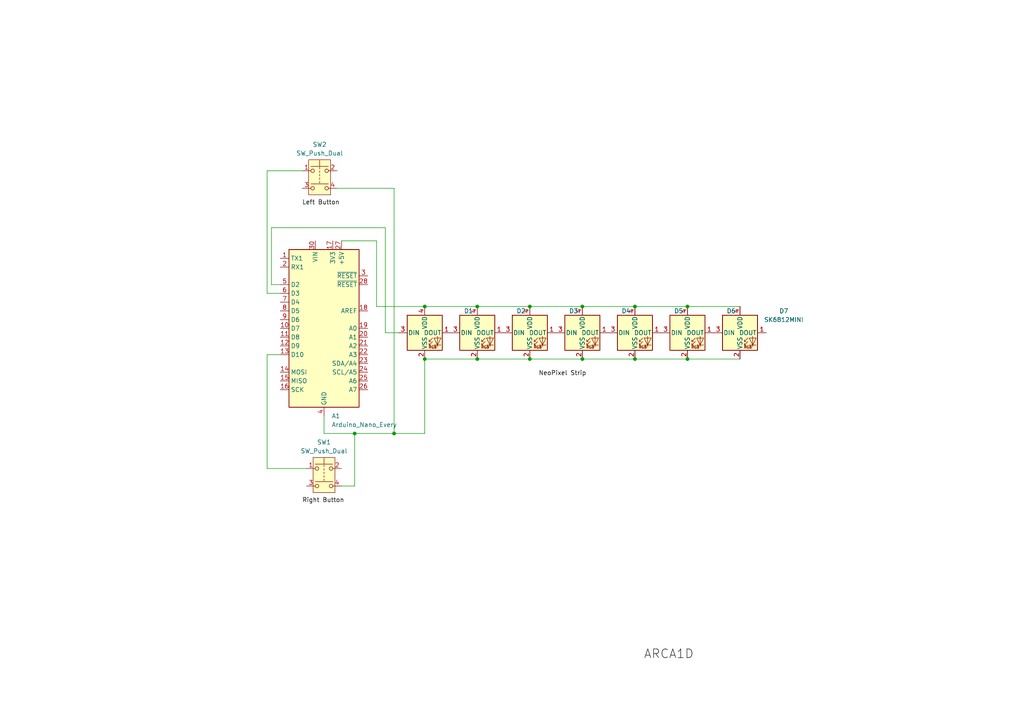
<source format=kicad_sch>
(kicad_sch
	(version 20231120)
	(generator "eeschema")
	(generator_version "8.0")
	(uuid "50fe0656-a850-4972-ae4f-ae95da8d9a73")
	(paper "A4")
	(lib_symbols
		(symbol "LED:SK6812MINI"
			(pin_names
				(offset 0.254)
			)
			(exclude_from_sim no)
			(in_bom yes)
			(on_board yes)
			(property "Reference" "D"
				(at 5.08 5.715 0)
				(effects
					(font
						(size 1.27 1.27)
					)
					(justify right bottom)
				)
			)
			(property "Value" "SK6812MINI"
				(at 1.27 -5.715 0)
				(effects
					(font
						(size 1.27 1.27)
					)
					(justify left top)
				)
			)
			(property "Footprint" "LED_SMD:LED_SK6812MINI_PLCC4_3.5x3.5mm_P1.75mm"
				(at 1.27 -7.62 0)
				(effects
					(font
						(size 1.27 1.27)
					)
					(justify left top)
					(hide yes)
				)
			)
			(property "Datasheet" "https://cdn-shop.adafruit.com/product-files/2686/SK6812MINI_REV.01-1-2.pdf"
				(at 2.54 -9.525 0)
				(effects
					(font
						(size 1.27 1.27)
					)
					(justify left top)
					(hide yes)
				)
			)
			(property "Description" "RGB LED with integrated controller"
				(at 0 0 0)
				(effects
					(font
						(size 1.27 1.27)
					)
					(hide yes)
				)
			)
			(property "ki_keywords" "RGB LED NeoPixel Mini addressable"
				(at 0 0 0)
				(effects
					(font
						(size 1.27 1.27)
					)
					(hide yes)
				)
			)
			(property "ki_fp_filters" "LED*SK6812MINI*PLCC*3.5x3.5mm*P1.75mm*"
				(at 0 0 0)
				(effects
					(font
						(size 1.27 1.27)
					)
					(hide yes)
				)
			)
			(symbol "SK6812MINI_0_0"
				(text "RGB"
					(at 2.286 -4.191 0)
					(effects
						(font
							(size 0.762 0.762)
						)
					)
				)
			)
			(symbol "SK6812MINI_0_1"
				(polyline
					(pts
						(xy 1.27 -3.556) (xy 1.778 -3.556)
					)
					(stroke
						(width 0)
						(type default)
					)
					(fill
						(type none)
					)
				)
				(polyline
					(pts
						(xy 1.27 -2.54) (xy 1.778 -2.54)
					)
					(stroke
						(width 0)
						(type default)
					)
					(fill
						(type none)
					)
				)
				(polyline
					(pts
						(xy 4.699 -3.556) (xy 2.667 -3.556)
					)
					(stroke
						(width 0)
						(type default)
					)
					(fill
						(type none)
					)
				)
				(polyline
					(pts
						(xy 2.286 -2.54) (xy 1.27 -3.556) (xy 1.27 -3.048)
					)
					(stroke
						(width 0)
						(type default)
					)
					(fill
						(type none)
					)
				)
				(polyline
					(pts
						(xy 2.286 -1.524) (xy 1.27 -2.54) (xy 1.27 -2.032)
					)
					(stroke
						(width 0)
						(type default)
					)
					(fill
						(type none)
					)
				)
				(polyline
					(pts
						(xy 3.683 -1.016) (xy 3.683 -3.556) (xy 3.683 -4.064)
					)
					(stroke
						(width 0)
						(type default)
					)
					(fill
						(type none)
					)
				)
				(polyline
					(pts
						(xy 4.699 -1.524) (xy 2.667 -1.524) (xy 3.683 -3.556) (xy 4.699 -1.524)
					)
					(stroke
						(width 0)
						(type default)
					)
					(fill
						(type none)
					)
				)
				(rectangle
					(start 5.08 5.08)
					(end -5.08 -5.08)
					(stroke
						(width 0.254)
						(type default)
					)
					(fill
						(type background)
					)
				)
			)
			(symbol "SK6812MINI_1_1"
				(pin output line
					(at 7.62 0 180)
					(length 2.54)
					(name "DOUT"
						(effects
							(font
								(size 1.27 1.27)
							)
						)
					)
					(number "1"
						(effects
							(font
								(size 1.27 1.27)
							)
						)
					)
				)
				(pin power_in line
					(at 0 -7.62 90)
					(length 2.54)
					(name "VSS"
						(effects
							(font
								(size 1.27 1.27)
							)
						)
					)
					(number "2"
						(effects
							(font
								(size 1.27 1.27)
							)
						)
					)
				)
				(pin input line
					(at -7.62 0 0)
					(length 2.54)
					(name "DIN"
						(effects
							(font
								(size 1.27 1.27)
							)
						)
					)
					(number "3"
						(effects
							(font
								(size 1.27 1.27)
							)
						)
					)
				)
				(pin power_in line
					(at 0 7.62 270)
					(length 2.54)
					(name "VDD"
						(effects
							(font
								(size 1.27 1.27)
							)
						)
					)
					(number "4"
						(effects
							(font
								(size 1.27 1.27)
							)
						)
					)
				)
			)
		)
		(symbol "MCU_Module:Arduino_Nano_Every"
			(exclude_from_sim no)
			(in_bom yes)
			(on_board yes)
			(property "Reference" "A"
				(at -10.16 23.495 0)
				(effects
					(font
						(size 1.27 1.27)
					)
					(justify left bottom)
				)
			)
			(property "Value" "Arduino_Nano_Every"
				(at 5.08 -24.13 0)
				(effects
					(font
						(size 1.27 1.27)
					)
					(justify left top)
				)
			)
			(property "Footprint" "Module:Arduino_Nano"
				(at 0 0 0)
				(effects
					(font
						(size 1.27 1.27)
						(italic yes)
					)
					(hide yes)
				)
			)
			(property "Datasheet" "https://content.arduino.cc/assets/NANOEveryV3.0_sch.pdf"
				(at 0 0 0)
				(effects
					(font
						(size 1.27 1.27)
					)
					(hide yes)
				)
			)
			(property "Description" "Arduino Nano Every"
				(at 0 0 0)
				(effects
					(font
						(size 1.27 1.27)
					)
					(hide yes)
				)
			)
			(property "ki_keywords" "Arduino nano microcontroller module USB UPDI AATMega4809 AVR"
				(at 0 0 0)
				(effects
					(font
						(size 1.27 1.27)
					)
					(hide yes)
				)
			)
			(property "ki_fp_filters" "Arduino*Nano*"
				(at 0 0 0)
				(effects
					(font
						(size 1.27 1.27)
					)
					(hide yes)
				)
			)
			(symbol "Arduino_Nano_Every_0_1"
				(rectangle
					(start -10.16 22.86)
					(end 10.16 -22.86)
					(stroke
						(width 0.254)
						(type default)
					)
					(fill
						(type background)
					)
				)
			)
			(symbol "Arduino_Nano_Every_1_1"
				(pin bidirectional line
					(at -12.7 20.32 0)
					(length 2.54)
					(name "TX1"
						(effects
							(font
								(size 1.27 1.27)
							)
						)
					)
					(number "1"
						(effects
							(font
								(size 1.27 1.27)
							)
						)
					)
				)
				(pin bidirectional line
					(at -12.7 0 0)
					(length 2.54)
					(name "D7"
						(effects
							(font
								(size 1.27 1.27)
							)
						)
					)
					(number "10"
						(effects
							(font
								(size 1.27 1.27)
							)
						)
					)
				)
				(pin bidirectional line
					(at -12.7 -2.54 0)
					(length 2.54)
					(name "D8"
						(effects
							(font
								(size 1.27 1.27)
							)
						)
					)
					(number "11"
						(effects
							(font
								(size 1.27 1.27)
							)
						)
					)
				)
				(pin bidirectional line
					(at -12.7 -5.08 0)
					(length 2.54)
					(name "D9"
						(effects
							(font
								(size 1.27 1.27)
							)
						)
					)
					(number "12"
						(effects
							(font
								(size 1.27 1.27)
							)
						)
					)
				)
				(pin bidirectional line
					(at -12.7 -7.62 0)
					(length 2.54)
					(name "D10"
						(effects
							(font
								(size 1.27 1.27)
							)
						)
					)
					(number "13"
						(effects
							(font
								(size 1.27 1.27)
							)
						)
					)
				)
				(pin bidirectional line
					(at -12.7 -12.7 0)
					(length 2.54)
					(name "MOSI"
						(effects
							(font
								(size 1.27 1.27)
							)
						)
					)
					(number "14"
						(effects
							(font
								(size 1.27 1.27)
							)
						)
					)
				)
				(pin bidirectional line
					(at -12.7 -15.24 0)
					(length 2.54)
					(name "MISO"
						(effects
							(font
								(size 1.27 1.27)
							)
						)
					)
					(number "15"
						(effects
							(font
								(size 1.27 1.27)
							)
						)
					)
				)
				(pin bidirectional line
					(at -12.7 -17.78 0)
					(length 2.54)
					(name "SCK"
						(effects
							(font
								(size 1.27 1.27)
							)
						)
					)
					(number "16"
						(effects
							(font
								(size 1.27 1.27)
							)
						)
					)
				)
				(pin power_out line
					(at 2.54 25.4 270)
					(length 2.54)
					(name "3V3"
						(effects
							(font
								(size 1.27 1.27)
							)
						)
					)
					(number "17"
						(effects
							(font
								(size 1.27 1.27)
							)
						)
					)
				)
				(pin input line
					(at 12.7 5.08 180)
					(length 2.54)
					(name "AREF"
						(effects
							(font
								(size 1.27 1.27)
							)
						)
					)
					(number "18"
						(effects
							(font
								(size 1.27 1.27)
							)
						)
					)
				)
				(pin bidirectional line
					(at 12.7 0 180)
					(length 2.54)
					(name "A0"
						(effects
							(font
								(size 1.27 1.27)
							)
						)
					)
					(number "19"
						(effects
							(font
								(size 1.27 1.27)
							)
						)
					)
				)
				(pin bidirectional line
					(at -12.7 17.78 0)
					(length 2.54)
					(name "RX1"
						(effects
							(font
								(size 1.27 1.27)
							)
						)
					)
					(number "2"
						(effects
							(font
								(size 1.27 1.27)
							)
						)
					)
				)
				(pin bidirectional line
					(at 12.7 -2.54 180)
					(length 2.54)
					(name "A1"
						(effects
							(font
								(size 1.27 1.27)
							)
						)
					)
					(number "20"
						(effects
							(font
								(size 1.27 1.27)
							)
						)
					)
				)
				(pin bidirectional line
					(at 12.7 -5.08 180)
					(length 2.54)
					(name "A2"
						(effects
							(font
								(size 1.27 1.27)
							)
						)
					)
					(number "21"
						(effects
							(font
								(size 1.27 1.27)
							)
						)
					)
				)
				(pin bidirectional line
					(at 12.7 -7.62 180)
					(length 2.54)
					(name "A3"
						(effects
							(font
								(size 1.27 1.27)
							)
						)
					)
					(number "22"
						(effects
							(font
								(size 1.27 1.27)
							)
						)
					)
				)
				(pin bidirectional line
					(at 12.7 -10.16 180)
					(length 2.54)
					(name "SDA/A4"
						(effects
							(font
								(size 1.27 1.27)
							)
						)
					)
					(number "23"
						(effects
							(font
								(size 1.27 1.27)
							)
						)
					)
				)
				(pin bidirectional line
					(at 12.7 -12.7 180)
					(length 2.54)
					(name "SCL/A5"
						(effects
							(font
								(size 1.27 1.27)
							)
						)
					)
					(number "24"
						(effects
							(font
								(size 1.27 1.27)
							)
						)
					)
				)
				(pin bidirectional line
					(at 12.7 -15.24 180)
					(length 2.54)
					(name "A6"
						(effects
							(font
								(size 1.27 1.27)
							)
						)
					)
					(number "25"
						(effects
							(font
								(size 1.27 1.27)
							)
						)
					)
				)
				(pin bidirectional line
					(at 12.7 -17.78 180)
					(length 2.54)
					(name "A7"
						(effects
							(font
								(size 1.27 1.27)
							)
						)
					)
					(number "26"
						(effects
							(font
								(size 1.27 1.27)
							)
						)
					)
				)
				(pin power_out line
					(at 5.08 25.4 270)
					(length 2.54)
					(name "+5V"
						(effects
							(font
								(size 1.27 1.27)
							)
						)
					)
					(number "27"
						(effects
							(font
								(size 1.27 1.27)
							)
						)
					)
				)
				(pin input line
					(at 12.7 12.7 180)
					(length 2.54)
					(name "~{RESET}"
						(effects
							(font
								(size 1.27 1.27)
							)
						)
					)
					(number "28"
						(effects
							(font
								(size 1.27 1.27)
							)
						)
					)
				)
				(pin passive line
					(at 0 -25.4 90)
					(length 2.54) hide
					(name "GND"
						(effects
							(font
								(size 1.27 1.27)
							)
						)
					)
					(number "29"
						(effects
							(font
								(size 1.27 1.27)
							)
						)
					)
				)
				(pin input line
					(at 12.7 15.24 180)
					(length 2.54)
					(name "~{RESET}"
						(effects
							(font
								(size 1.27 1.27)
							)
						)
					)
					(number "3"
						(effects
							(font
								(size 1.27 1.27)
							)
						)
					)
				)
				(pin power_in line
					(at -2.54 25.4 270)
					(length 2.54)
					(name "VIN"
						(effects
							(font
								(size 1.27 1.27)
							)
						)
					)
					(number "30"
						(effects
							(font
								(size 1.27 1.27)
							)
						)
					)
				)
				(pin power_in line
					(at 0 -25.4 90)
					(length 2.54)
					(name "GND"
						(effects
							(font
								(size 1.27 1.27)
							)
						)
					)
					(number "4"
						(effects
							(font
								(size 1.27 1.27)
							)
						)
					)
				)
				(pin bidirectional line
					(at -12.7 12.7 0)
					(length 2.54)
					(name "D2"
						(effects
							(font
								(size 1.27 1.27)
							)
						)
					)
					(number "5"
						(effects
							(font
								(size 1.27 1.27)
							)
						)
					)
				)
				(pin bidirectional line
					(at -12.7 10.16 0)
					(length 2.54)
					(name "D3"
						(effects
							(font
								(size 1.27 1.27)
							)
						)
					)
					(number "6"
						(effects
							(font
								(size 1.27 1.27)
							)
						)
					)
				)
				(pin bidirectional line
					(at -12.7 7.62 0)
					(length 2.54)
					(name "D4"
						(effects
							(font
								(size 1.27 1.27)
							)
						)
					)
					(number "7"
						(effects
							(font
								(size 1.27 1.27)
							)
						)
					)
				)
				(pin bidirectional line
					(at -12.7 5.08 0)
					(length 2.54)
					(name "D5"
						(effects
							(font
								(size 1.27 1.27)
							)
						)
					)
					(number "8"
						(effects
							(font
								(size 1.27 1.27)
							)
						)
					)
				)
				(pin bidirectional line
					(at -12.7 2.54 0)
					(length 2.54)
					(name "D6"
						(effects
							(font
								(size 1.27 1.27)
							)
						)
					)
					(number "9"
						(effects
							(font
								(size 1.27 1.27)
							)
						)
					)
				)
			)
		)
		(symbol "Switch:SW_Push_Dual"
			(pin_names
				(offset 1.016) hide)
			(exclude_from_sim no)
			(in_bom yes)
			(on_board yes)
			(property "Reference" "SW"
				(at 0 7.62 0)
				(effects
					(font
						(size 1.27 1.27)
					)
				)
			)
			(property "Value" "SW_Push_Dual"
				(at 0 -6.35 0)
				(effects
					(font
						(size 1.27 1.27)
					)
				)
			)
			(property "Footprint" ""
				(at 0 7.62 0)
				(effects
					(font
						(size 1.27 1.27)
					)
					(hide yes)
				)
			)
			(property "Datasheet" "~"
				(at 0 0 0)
				(effects
					(font
						(size 1.27 1.27)
					)
					(hide yes)
				)
			)
			(property "Description" "Push button switch, generic, symbol, four pins"
				(at 0 0 0)
				(effects
					(font
						(size 1.27 1.27)
					)
					(hide yes)
				)
			)
			(property "ki_keywords" "switch normally-open pushbutton push-button"
				(at 0 0 0)
				(effects
					(font
						(size 1.27 1.27)
					)
					(hide yes)
				)
			)
			(symbol "SW_Push_Dual_0_1"
				(circle
					(center -2.032 -2.54)
					(radius 0.508)
					(stroke
						(width 0)
						(type default)
					)
					(fill
						(type none)
					)
				)
				(circle
					(center -2.032 2.54)
					(radius 0.508)
					(stroke
						(width 0)
						(type default)
					)
					(fill
						(type none)
					)
				)
				(polyline
					(pts
						(xy 0 -0.508) (xy 0 -1.016)
					)
					(stroke
						(width 0)
						(type default)
					)
					(fill
						(type none)
					)
				)
				(polyline
					(pts
						(xy 0 0.508) (xy 0 0)
					)
					(stroke
						(width 0)
						(type default)
					)
					(fill
						(type none)
					)
				)
				(polyline
					(pts
						(xy 0 1.016) (xy 0 1.524)
					)
					(stroke
						(width 0)
						(type default)
					)
					(fill
						(type none)
					)
				)
				(polyline
					(pts
						(xy 0 2.032) (xy 0 2.54)
					)
					(stroke
						(width 0)
						(type default)
					)
					(fill
						(type none)
					)
				)
				(polyline
					(pts
						(xy 0 3.048) (xy 0 3.556)
					)
					(stroke
						(width 0)
						(type default)
					)
					(fill
						(type none)
					)
				)
				(polyline
					(pts
						(xy 0 3.81) (xy 0 5.588)
					)
					(stroke
						(width 0)
						(type default)
					)
					(fill
						(type none)
					)
				)
				(polyline
					(pts
						(xy 2.54 -1.27) (xy -2.54 -1.27)
					)
					(stroke
						(width 0)
						(type default)
					)
					(fill
						(type none)
					)
				)
				(polyline
					(pts
						(xy 2.54 3.81) (xy -2.54 3.81)
					)
					(stroke
						(width 0)
						(type default)
					)
					(fill
						(type none)
					)
				)
				(circle
					(center 2.032 -2.54)
					(radius 0.508)
					(stroke
						(width 0)
						(type default)
					)
					(fill
						(type none)
					)
				)
				(circle
					(center 2.032 2.54)
					(radius 0.508)
					(stroke
						(width 0)
						(type default)
					)
					(fill
						(type none)
					)
				)
				(pin passive line
					(at -5.08 2.54 0)
					(length 2.54)
					(name "1"
						(effects
							(font
								(size 1.27 1.27)
							)
						)
					)
					(number "1"
						(effects
							(font
								(size 1.27 1.27)
							)
						)
					)
				)
				(pin passive line
					(at 5.08 2.54 180)
					(length 2.54)
					(name "2"
						(effects
							(font
								(size 1.27 1.27)
							)
						)
					)
					(number "2"
						(effects
							(font
								(size 1.27 1.27)
							)
						)
					)
				)
				(pin passive line
					(at -5.08 -2.54 0)
					(length 2.54)
					(name "3"
						(effects
							(font
								(size 1.27 1.27)
							)
						)
					)
					(number "3"
						(effects
							(font
								(size 1.27 1.27)
							)
						)
					)
				)
				(pin passive line
					(at 5.08 -2.54 180)
					(length 2.54)
					(name "4"
						(effects
							(font
								(size 1.27 1.27)
							)
						)
					)
					(number "4"
						(effects
							(font
								(size 1.27 1.27)
							)
						)
					)
				)
			)
			(symbol "SW_Push_Dual_1_1"
				(rectangle
					(start -3.175 5.715)
					(end 3.175 -4.445)
					(stroke
						(width 0)
						(type default)
					)
					(fill
						(type background)
					)
				)
			)
		)
	)
	(junction
		(at 199.39 88.9)
		(diameter 0)
		(color 0 0 0 0)
		(uuid "05fb2dfd-bfe1-4e9a-a304-1b3f7dd25929")
	)
	(junction
		(at 153.67 88.9)
		(diameter 0)
		(color 0 0 0 0)
		(uuid "0f954ae5-87c2-4bc2-94ea-afa6de2870e8")
	)
	(junction
		(at 168.91 104.14)
		(diameter 0)
		(color 0 0 0 0)
		(uuid "3b6d63d4-c476-4d83-be16-d75bfc7a5be1")
	)
	(junction
		(at 102.87 125.73)
		(diameter 0)
		(color 0 0 0 0)
		(uuid "5dc9df43-0797-40b5-b225-701958de91cf")
	)
	(junction
		(at 123.19 88.9)
		(diameter 0)
		(color 0 0 0 0)
		(uuid "663d3a63-6cb3-4b2f-854b-94848ab2b861")
	)
	(junction
		(at 184.15 88.9)
		(diameter 0)
		(color 0 0 0 0)
		(uuid "82aae37d-2d65-4ee5-9666-6357cfc77527")
	)
	(junction
		(at 114.3 125.73)
		(diameter 0)
		(color 0 0 0 0)
		(uuid "8d7289af-977a-4882-aed5-01e135f941e0")
	)
	(junction
		(at 138.43 88.9)
		(diameter 0)
		(color 0 0 0 0)
		(uuid "8ec7e2a2-50c1-481b-84c7-a78c3e8e08d6")
	)
	(junction
		(at 123.19 104.14)
		(diameter 0)
		(color 0 0 0 0)
		(uuid "98b4ab92-08e0-4f4b-a643-ee0980958641")
	)
	(junction
		(at 199.39 104.14)
		(diameter 0)
		(color 0 0 0 0)
		(uuid "9d286a22-e55f-4b83-82fb-3e61afac9a9a")
	)
	(junction
		(at 153.67 104.14)
		(diameter 0)
		(color 0 0 0 0)
		(uuid "ac11d533-1b22-49d7-a6dd-68962854f72d")
	)
	(junction
		(at 184.15 104.14)
		(diameter 0)
		(color 0 0 0 0)
		(uuid "b9b3427e-5a11-43c5-aecf-fcaf9b042ae8")
	)
	(junction
		(at 138.43 104.14)
		(diameter 0)
		(color 0 0 0 0)
		(uuid "e2731cac-4edd-493c-b888-ebd96b00c123")
	)
	(junction
		(at 168.91 88.9)
		(diameter 0)
		(color 0 0 0 0)
		(uuid "eb302834-bc31-428d-95e3-e6ffde145ca4")
	)
	(wire
		(pts
			(xy 153.67 88.9) (xy 168.91 88.9)
		)
		(stroke
			(width 0)
			(type default)
		)
		(uuid "128843a8-23d0-4d7b-bc24-d834ec113793")
	)
	(wire
		(pts
			(xy 93.98 125.73) (xy 93.98 120.65)
		)
		(stroke
			(width 0)
			(type default)
		)
		(uuid "188d870c-9c19-48c4-8b7b-d8618c70380d")
	)
	(wire
		(pts
			(xy 99.06 140.97) (xy 102.87 140.97)
		)
		(stroke
			(width 0)
			(type default)
		)
		(uuid "285666a2-7d5a-4fdd-9ac7-12565db47417")
	)
	(wire
		(pts
			(xy 111.76 66.04) (xy 78.74 66.04)
		)
		(stroke
			(width 0)
			(type default)
		)
		(uuid "31da81c4-c2e9-4706-9f9a-434a1c7a06fa")
	)
	(wire
		(pts
			(xy 87.63 49.53) (xy 77.47 49.53)
		)
		(stroke
			(width 0)
			(type default)
		)
		(uuid "357b2c1b-61bc-412b-8124-931ee5ac1cdc")
	)
	(wire
		(pts
			(xy 78.74 82.55) (xy 81.28 82.55)
		)
		(stroke
			(width 0)
			(type default)
		)
		(uuid "43146865-dec2-4dbc-91ad-b149e6367ee4")
	)
	(wire
		(pts
			(xy 123.19 88.9) (xy 109.22 88.9)
		)
		(stroke
			(width 0)
			(type default)
		)
		(uuid "4c4de6ed-c8f4-46c2-9b2d-44ee4e051e20")
	)
	(wire
		(pts
			(xy 102.87 125.73) (xy 93.98 125.73)
		)
		(stroke
			(width 0)
			(type default)
		)
		(uuid "520766a8-4253-4321-85ef-71fc65220897")
	)
	(wire
		(pts
			(xy 109.22 69.85) (xy 99.06 69.85)
		)
		(stroke
			(width 0)
			(type default)
		)
		(uuid "55494096-7f4d-4aa3-b8eb-95f65c9918e4")
	)
	(wire
		(pts
			(xy 77.47 85.09) (xy 81.28 85.09)
		)
		(stroke
			(width 0)
			(type default)
		)
		(uuid "5fe72700-0017-4ef9-bee0-68783508a94b")
	)
	(wire
		(pts
			(xy 168.91 88.9) (xy 184.15 88.9)
		)
		(stroke
			(width 0)
			(type default)
		)
		(uuid "62573320-89a6-4cfa-b6d4-c6f97ff15dc8")
	)
	(wire
		(pts
			(xy 123.19 104.14) (xy 138.43 104.14)
		)
		(stroke
			(width 0)
			(type default)
		)
		(uuid "64d473cf-7a72-4d45-b15a-5dffb27d5a72")
	)
	(wire
		(pts
			(xy 199.39 88.9) (xy 214.63 88.9)
		)
		(stroke
			(width 0)
			(type default)
		)
		(uuid "67e04da0-4db0-4e38-9bbc-e27bde624a19")
	)
	(wire
		(pts
			(xy 153.67 104.14) (xy 168.91 104.14)
		)
		(stroke
			(width 0)
			(type default)
		)
		(uuid "6dd5f05f-5f33-412e-b4fd-45930598b37b")
	)
	(wire
		(pts
			(xy 77.47 49.53) (xy 77.47 85.09)
		)
		(stroke
			(width 0)
			(type default)
		)
		(uuid "7465785a-f33b-4d28-847a-c9ba07a9ebfa")
	)
	(wire
		(pts
			(xy 111.76 96.52) (xy 111.76 66.04)
		)
		(stroke
			(width 0)
			(type default)
		)
		(uuid "76502fb0-cfc4-4b74-9228-2e757462ff99")
	)
	(wire
		(pts
			(xy 77.47 102.87) (xy 81.28 102.87)
		)
		(stroke
			(width 0)
			(type default)
		)
		(uuid "7e678318-a279-4092-bfe2-772f86944637")
	)
	(wire
		(pts
			(xy 114.3 125.73) (xy 102.87 125.73)
		)
		(stroke
			(width 0)
			(type default)
		)
		(uuid "84237b82-38be-4531-af62-437ef38549bd")
	)
	(wire
		(pts
			(xy 168.91 104.14) (xy 184.15 104.14)
		)
		(stroke
			(width 0)
			(type default)
		)
		(uuid "893260db-2c68-454f-8623-4ccc124c0b15")
	)
	(wire
		(pts
			(xy 184.15 104.14) (xy 199.39 104.14)
		)
		(stroke
			(width 0)
			(type default)
		)
		(uuid "96a2289d-4ee1-415e-87ed-dc810ff22fbb")
	)
	(wire
		(pts
			(xy 123.19 104.14) (xy 123.19 125.73)
		)
		(stroke
			(width 0)
			(type default)
		)
		(uuid "9d3ec17d-9486-4009-a73f-3dd5d0b84965")
	)
	(wire
		(pts
			(xy 138.43 88.9) (xy 153.67 88.9)
		)
		(stroke
			(width 0)
			(type default)
		)
		(uuid "9e4dc49f-82bf-4184-bcc7-313b729dfca1")
	)
	(wire
		(pts
			(xy 102.87 140.97) (xy 102.87 125.73)
		)
		(stroke
			(width 0)
			(type default)
		)
		(uuid "aa0c346f-56c3-4507-beca-41a9eb7ddc80")
	)
	(wire
		(pts
			(xy 123.19 125.73) (xy 114.3 125.73)
		)
		(stroke
			(width 0)
			(type default)
		)
		(uuid "abad2907-5c50-4742-ae23-8cee5060d957")
	)
	(wire
		(pts
			(xy 123.19 88.9) (xy 138.43 88.9)
		)
		(stroke
			(width 0)
			(type default)
		)
		(uuid "b2a48e15-7a74-4067-b777-291d88edb5f2")
	)
	(wire
		(pts
			(xy 88.9 135.89) (xy 77.47 135.89)
		)
		(stroke
			(width 0)
			(type default)
		)
		(uuid "ba161881-e9c7-4267-b172-fbffcae0426b")
	)
	(wire
		(pts
			(xy 115.57 96.52) (xy 111.76 96.52)
		)
		(stroke
			(width 0)
			(type default)
		)
		(uuid "bf4fc5e6-0c30-49ad-bc05-2e3e5aa68d38")
	)
	(wire
		(pts
			(xy 114.3 54.61) (xy 114.3 125.73)
		)
		(stroke
			(width 0)
			(type default)
		)
		(uuid "ca5e9f4c-e36d-4d5c-aac4-eaefb9a18898")
	)
	(wire
		(pts
			(xy 199.39 104.14) (xy 214.63 104.14)
		)
		(stroke
			(width 0)
			(type default)
		)
		(uuid "cc3f8cc4-f6b6-4448-8da5-d363ea5ce811")
	)
	(wire
		(pts
			(xy 109.22 88.9) (xy 109.22 69.85)
		)
		(stroke
			(width 0)
			(type default)
		)
		(uuid "d1853589-d5b3-4f2f-b21d-6dd09c1e5f70")
	)
	(wire
		(pts
			(xy 97.79 54.61) (xy 114.3 54.61)
		)
		(stroke
			(width 0)
			(type default)
		)
		(uuid "d2aa2df1-bc9f-4d2f-847f-855c9f29b442")
	)
	(wire
		(pts
			(xy 78.74 66.04) (xy 78.74 82.55)
		)
		(stroke
			(width 0)
			(type default)
		)
		(uuid "e19dcd61-b693-4454-983e-00845fcdbc69")
	)
	(wire
		(pts
			(xy 138.43 104.14) (xy 153.67 104.14)
		)
		(stroke
			(width 0)
			(type default)
		)
		(uuid "e3be20cc-fe89-48a9-8179-767647ddb52e")
	)
	(wire
		(pts
			(xy 184.15 88.9) (xy 199.39 88.9)
		)
		(stroke
			(width 0)
			(type default)
		)
		(uuid "eba19068-1639-4a6d-907e-994cea75187e")
	)
	(wire
		(pts
			(xy 77.47 135.89) (xy 77.47 102.87)
		)
		(stroke
			(width 0)
			(type default)
		)
		(uuid "f9504548-7f1f-4564-b9e2-bfa47f11a3f9")
	)
	(label "ARCA1D"
		(at 186.69 191.77 0)
		(fields_autoplaced yes)
		(effects
			(font
				(size 2.54 2.54)
			)
			(justify left bottom)
		)
		(uuid "0221e2e3-84d3-4d01-9509-16f7c5583c74")
	)
	(label "Right Button"
		(at 87.63 146.05 0)
		(fields_autoplaced yes)
		(effects
			(font
				(size 1.27 1.27)
			)
			(justify left bottom)
		)
		(uuid "076efe8f-b866-4f45-bd6a-2044a4f4a6e6")
	)
	(label "NeoPixel Strip"
		(at 156.21 109.22 0)
		(fields_autoplaced yes)
		(effects
			(font
				(size 1.27 1.27)
			)
			(justify left bottom)
		)
		(uuid "1f7459c3-b880-4322-962c-54024c2087c4")
	)
	(label "Left Button"
		(at 87.63 59.69 0)
		(fields_autoplaced yes)
		(effects
			(font
				(size 1.27 1.27)
			)
			(justify left bottom)
		)
		(uuid "cb2f4a09-8000-4587-b097-2db7406c491d")
	)
	(symbol
		(lib_id "LED:SK6812MINI")
		(at 199.39 96.52 0)
		(unit 1)
		(exclude_from_sim no)
		(in_bom yes)
		(on_board yes)
		(dnp no)
		(fields_autoplaced yes)
		(uuid "486900ed-a4af-47a7-a47d-a2ec48393632")
		(property "Reference" "D6"
			(at 212.09 90.2014 0)
			(effects
				(font
					(size 1.27 1.27)
				)
			)
		)
		(property "Value" "SK6812MINI"
			(at 212.09 92.7414 0)
			(effects
				(font
					(size 1.27 1.27)
				)
				(hide yes)
			)
		)
		(property "Footprint" "LED_SMD:LED_SK6812MINI_PLCC4_3.5x3.5mm_P1.75mm"
			(at 200.66 104.14 0)
			(effects
				(font
					(size 1.27 1.27)
				)
				(justify left top)
				(hide yes)
			)
		)
		(property "Datasheet" "https://cdn-shop.adafruit.com/product-files/2686/SK6812MINI_REV.01-1-2.pdf"
			(at 201.93 106.045 0)
			(effects
				(font
					(size 1.27 1.27)
				)
				(justify left top)
				(hide yes)
			)
		)
		(property "Description" "RGB LED with integrated controller"
			(at 199.39 96.52 0)
			(effects
				(font
					(size 1.27 1.27)
				)
				(hide yes)
			)
		)
		(pin "1"
			(uuid "ab058598-1cbc-4a67-a51b-f0b2bb6f9629")
		)
		(pin "2"
			(uuid "958a00b8-22d2-47d2-88cf-1d5af82dd2eb")
		)
		(pin "3"
			(uuid "260d1300-bb9f-45c4-b1ed-77ae3d579790")
		)
		(pin "4"
			(uuid "ea70b577-cb95-40da-ba9a-3034f624d056")
		)
		(instances
			(project "arca1d"
				(path "/50fe0656-a850-4972-ae4f-ae95da8d9a73"
					(reference "D6")
					(unit 1)
				)
			)
		)
	)
	(symbol
		(lib_id "LED:SK6812MINI")
		(at 168.91 96.52 0)
		(unit 1)
		(exclude_from_sim no)
		(in_bom yes)
		(on_board yes)
		(dnp no)
		(fields_autoplaced yes)
		(uuid "4ee72454-0a41-42e4-9b5f-39d7681626cd")
		(property "Reference" "D4"
			(at 181.61 90.2014 0)
			(effects
				(font
					(size 1.27 1.27)
				)
			)
		)
		(property "Value" "SK6812MINI"
			(at 181.61 92.7414 0)
			(effects
				(font
					(size 1.27 1.27)
				)
				(hide yes)
			)
		)
		(property "Footprint" "LED_SMD:LED_SK6812MINI_PLCC4_3.5x3.5mm_P1.75mm"
			(at 170.18 104.14 0)
			(effects
				(font
					(size 1.27 1.27)
				)
				(justify left top)
				(hide yes)
			)
		)
		(property "Datasheet" "https://cdn-shop.adafruit.com/product-files/2686/SK6812MINI_REV.01-1-2.pdf"
			(at 171.45 106.045 0)
			(effects
				(font
					(size 1.27 1.27)
				)
				(justify left top)
				(hide yes)
			)
		)
		(property "Description" "RGB LED with integrated controller"
			(at 168.91 96.52 0)
			(effects
				(font
					(size 1.27 1.27)
				)
				(hide yes)
			)
		)
		(pin "1"
			(uuid "732bbebb-9eef-4a9a-b95a-55e1fc85fe76")
		)
		(pin "2"
			(uuid "396fab96-0128-49d8-beab-c9d065ec80bf")
		)
		(pin "3"
			(uuid "d7568e4a-ab4e-49b9-b0d7-f67d23b4e18f")
		)
		(pin "4"
			(uuid "c1edad1b-96ec-428f-86ab-a48b3bb2140a")
		)
		(instances
			(project "arca1d"
				(path "/50fe0656-a850-4972-ae4f-ae95da8d9a73"
					(reference "D4")
					(unit 1)
				)
			)
		)
	)
	(symbol
		(lib_id "Switch:SW_Push_Dual")
		(at 93.98 138.43 0)
		(unit 1)
		(exclude_from_sim no)
		(in_bom yes)
		(on_board yes)
		(dnp no)
		(fields_autoplaced yes)
		(uuid "7a37dbaa-26e4-426f-878f-69384266d36c")
		(property "Reference" "SW1"
			(at 93.98 128.27 0)
			(effects
				(font
					(size 1.27 1.27)
				)
			)
		)
		(property "Value" "SW_Push_Dual"
			(at 93.98 130.81 0)
			(effects
				(font
					(size 1.27 1.27)
				)
			)
		)
		(property "Footprint" ""
			(at 93.98 130.81 0)
			(effects
				(font
					(size 1.27 1.27)
				)
				(hide yes)
			)
		)
		(property "Datasheet" "~"
			(at 93.98 138.43 0)
			(effects
				(font
					(size 1.27 1.27)
				)
				(hide yes)
			)
		)
		(property "Description" "Push button switch, generic, symbol, four pins"
			(at 93.98 138.43 0)
			(effects
				(font
					(size 1.27 1.27)
				)
				(hide yes)
			)
		)
		(pin "1"
			(uuid "36fc4489-4657-4d1e-a8c9-472e9d56e123")
		)
		(pin "2"
			(uuid "911e671c-48db-4463-8570-c0518d701508")
		)
		(pin "4"
			(uuid "0c10eec9-8db8-4e61-b469-a791318e1dcc")
		)
		(pin "3"
			(uuid "78ce427a-bf08-4608-b83f-e522ac515e7b")
		)
		(instances
			(project ""
				(path "/50fe0656-a850-4972-ae4f-ae95da8d9a73"
					(reference "SW1")
					(unit 1)
				)
			)
		)
	)
	(symbol
		(lib_id "MCU_Module:Arduino_Nano_Every")
		(at 93.98 95.25 0)
		(unit 1)
		(exclude_from_sim no)
		(in_bom yes)
		(on_board yes)
		(dnp no)
		(fields_autoplaced yes)
		(uuid "7b8865d4-40ba-427d-9cf6-018c03e4f840")
		(property "Reference" "A1"
			(at 96.1741 120.65 0)
			(effects
				(font
					(size 1.27 1.27)
				)
				(justify left)
			)
		)
		(property "Value" "Arduino_Nano_Every"
			(at 96.1741 123.19 0)
			(effects
				(font
					(size 1.27 1.27)
				)
				(justify left)
			)
		)
		(property "Footprint" "Module:Arduino_Nano"
			(at 93.98 95.25 0)
			(effects
				(font
					(size 1.27 1.27)
					(italic yes)
				)
				(hide yes)
			)
		)
		(property "Datasheet" "https://content.arduino.cc/assets/NANOEveryV3.0_sch.pdf"
			(at 93.98 95.25 0)
			(effects
				(font
					(size 1.27 1.27)
				)
				(hide yes)
			)
		)
		(property "Description" "Arduino Nano Every"
			(at 93.98 95.25 0)
			(effects
				(font
					(size 1.27 1.27)
				)
				(hide yes)
			)
		)
		(pin "19"
			(uuid "f4ce6c09-ed6d-4207-82c2-cb747228371d")
		)
		(pin "21"
			(uuid "8bedea32-b9c5-4b58-a6c3-039a1448595a")
		)
		(pin "22"
			(uuid "67e958fe-146c-4876-bef0-b52daeabb458")
		)
		(pin "9"
			(uuid "3932e483-acde-4c03-a516-c6c8130dbf8e")
		)
		(pin "16"
			(uuid "24beb1d0-13c7-47cd-91bc-4cec03eabed5")
		)
		(pin "1"
			(uuid "62066763-86a4-428f-83ec-50f89f9ee78f")
		)
		(pin "11"
			(uuid "11456bfd-410b-44c9-9f6f-a49b6f45f227")
		)
		(pin "8"
			(uuid "18962d07-f921-4b6b-b68d-a762538ae701")
		)
		(pin "23"
			(uuid "e54e88cb-9834-4462-91db-89c21be096ba")
		)
		(pin "5"
			(uuid "cb24b7fa-3215-42cf-882d-de9fc488c15c")
		)
		(pin "27"
			(uuid "6da73564-2797-4091-a58b-f592efb96109")
		)
		(pin "13"
			(uuid "9962c32c-4c07-48cc-a0af-ef798d5e672f")
		)
		(pin "30"
			(uuid "40b2a2bf-7783-4883-ac1b-e5edd55a01bc")
		)
		(pin "2"
			(uuid "32a61de3-940b-41f7-b5e2-10279b62cc5a")
		)
		(pin "4"
			(uuid "0378210a-0065-441e-8d81-2bd19e4e5524")
		)
		(pin "14"
			(uuid "326b5659-1574-492e-8063-ed3a4ba47181")
		)
		(pin "25"
			(uuid "40bb8be8-8f11-428a-8af3-4bf40c740fbc")
		)
		(pin "29"
			(uuid "a70d67da-da36-4439-8eec-1f294e1ae3c5")
		)
		(pin "12"
			(uuid "16c73884-7f9d-467b-8d6d-0119c80c2844")
		)
		(pin "6"
			(uuid "6bfe0ebe-bbda-432c-bcd6-11ecdc5686c2")
		)
		(pin "7"
			(uuid "c4014aa0-5031-4f9a-9500-9c47ab19ec6d")
		)
		(pin "10"
			(uuid "c1692f3f-07fd-4fb4-886a-5a825b28da5a")
		)
		(pin "15"
			(uuid "32d303f7-5497-4057-a0b3-351872ae331b")
		)
		(pin "17"
			(uuid "7056b2b2-b927-4172-951a-d826b8539390")
		)
		(pin "24"
			(uuid "e05dfdf4-342c-45fe-84ee-29f76eac4641")
		)
		(pin "26"
			(uuid "1a4c03f8-ba55-4e25-b5d0-85603c457213")
		)
		(pin "28"
			(uuid "1ec9a45f-15ca-4638-810c-a88b7c52dba4")
		)
		(pin "18"
			(uuid "35bbd26e-2784-4b20-8fb6-378ff02ca72c")
		)
		(pin "3"
			(uuid "3a6bb118-8902-4f9b-9d35-13bdf1467316")
		)
		(pin "20"
			(uuid "0721364a-8ba7-4a11-a9c5-fb9de3cc7289")
		)
		(instances
			(project ""
				(path "/50fe0656-a850-4972-ae4f-ae95da8d9a73"
					(reference "A1")
					(unit 1)
				)
			)
		)
	)
	(symbol
		(lib_id "LED:SK6812MINI")
		(at 138.43 96.52 0)
		(unit 1)
		(exclude_from_sim no)
		(in_bom yes)
		(on_board yes)
		(dnp no)
		(fields_autoplaced yes)
		(uuid "9b56332b-b583-4b19-9dcc-a859cf3780cb")
		(property "Reference" "D2"
			(at 151.13 90.2014 0)
			(effects
				(font
					(size 1.27 1.27)
				)
			)
		)
		(property "Value" "SK6812MINI"
			(at 151.13 92.7414 0)
			(effects
				(font
					(size 1.27 1.27)
				)
				(hide yes)
			)
		)
		(property "Footprint" "LED_SMD:LED_SK6812MINI_PLCC4_3.5x3.5mm_P1.75mm"
			(at 139.7 104.14 0)
			(effects
				(font
					(size 1.27 1.27)
				)
				(justify left top)
				(hide yes)
			)
		)
		(property "Datasheet" "https://cdn-shop.adafruit.com/product-files/2686/SK6812MINI_REV.01-1-2.pdf"
			(at 140.97 106.045 0)
			(effects
				(font
					(size 1.27 1.27)
				)
				(justify left top)
				(hide yes)
			)
		)
		(property "Description" "RGB LED with integrated controller"
			(at 138.43 96.52 0)
			(effects
				(font
					(size 1.27 1.27)
				)
				(hide yes)
			)
		)
		(pin "1"
			(uuid "12028976-ced9-4dda-9003-1e7ede5054ef")
		)
		(pin "2"
			(uuid "cdae8b73-eb3e-4740-b069-88350d354687")
		)
		(pin "3"
			(uuid "b0ecfac3-6728-4038-8851-e70fb1acb0f4")
		)
		(pin "4"
			(uuid "eb2d4c28-805e-47da-a012-442890c53fe6")
		)
		(instances
			(project ""
				(path "/50fe0656-a850-4972-ae4f-ae95da8d9a73"
					(reference "D2")
					(unit 1)
				)
			)
		)
	)
	(symbol
		(lib_id "LED:SK6812MINI")
		(at 184.15 96.52 0)
		(unit 1)
		(exclude_from_sim no)
		(in_bom yes)
		(on_board yes)
		(dnp no)
		(fields_autoplaced yes)
		(uuid "b4388a98-127d-4986-b4e6-95961c40c7eb")
		(property "Reference" "D5"
			(at 196.85 90.2014 0)
			(effects
				(font
					(size 1.27 1.27)
				)
			)
		)
		(property "Value" "SK6812MINI"
			(at 196.85 92.7414 0)
			(effects
				(font
					(size 1.27 1.27)
				)
				(hide yes)
			)
		)
		(property "Footprint" "LED_SMD:LED_SK6812MINI_PLCC4_3.5x3.5mm_P1.75mm"
			(at 185.42 104.14 0)
			(effects
				(font
					(size 1.27 1.27)
				)
				(justify left top)
				(hide yes)
			)
		)
		(property "Datasheet" "https://cdn-shop.adafruit.com/product-files/2686/SK6812MINI_REV.01-1-2.pdf"
			(at 186.69 106.045 0)
			(effects
				(font
					(size 1.27 1.27)
				)
				(justify left top)
				(hide yes)
			)
		)
		(property "Description" "RGB LED with integrated controller"
			(at 184.15 96.52 0)
			(effects
				(font
					(size 1.27 1.27)
				)
				(hide yes)
			)
		)
		(pin "1"
			(uuid "28f999c8-27d7-46d2-83ab-2607eb67e420")
		)
		(pin "2"
			(uuid "bb7503e8-b47a-465d-814a-61c8ae98966f")
		)
		(pin "3"
			(uuid "5406c684-f508-411d-abd5-fc383ef0ae7c")
		)
		(pin "4"
			(uuid "080c1bbc-652c-4479-95df-5c7f74b8140f")
		)
		(instances
			(project "arca1d"
				(path "/50fe0656-a850-4972-ae4f-ae95da8d9a73"
					(reference "D5")
					(unit 1)
				)
			)
		)
	)
	(symbol
		(lib_id "Switch:SW_Push_Dual")
		(at 92.71 52.07 0)
		(unit 1)
		(exclude_from_sim no)
		(in_bom yes)
		(on_board yes)
		(dnp no)
		(fields_autoplaced yes)
		(uuid "bf96b318-f248-4b41-8a23-471eee8a47d6")
		(property "Reference" "SW2"
			(at 92.71 41.91 0)
			(effects
				(font
					(size 1.27 1.27)
				)
			)
		)
		(property "Value" "SW_Push_Dual"
			(at 92.71 44.45 0)
			(effects
				(font
					(size 1.27 1.27)
				)
			)
		)
		(property "Footprint" ""
			(at 92.71 44.45 0)
			(effects
				(font
					(size 1.27 1.27)
				)
				(hide yes)
			)
		)
		(property "Datasheet" "~"
			(at 92.71 52.07 0)
			(effects
				(font
					(size 1.27 1.27)
				)
				(hide yes)
			)
		)
		(property "Description" "Push button switch, generic, symbol, four pins"
			(at 92.71 52.07 0)
			(effects
				(font
					(size 1.27 1.27)
				)
				(hide yes)
			)
		)
		(pin "1"
			(uuid "36fc4489-4657-4d1e-a8c9-472e9d56e123")
		)
		(pin "2"
			(uuid "911e671c-48db-4463-8570-c0518d701508")
		)
		(pin "4"
			(uuid "0c10eec9-8db8-4e61-b469-a791318e1dcc")
		)
		(pin "3"
			(uuid "78ce427a-bf08-4608-b83f-e522ac515e7b")
		)
		(instances
			(project ""
				(path "/50fe0656-a850-4972-ae4f-ae95da8d9a73"
					(reference "SW2")
					(unit 1)
				)
			)
		)
	)
	(symbol
		(lib_id "LED:SK6812MINI")
		(at 153.67 96.52 0)
		(unit 1)
		(exclude_from_sim no)
		(in_bom yes)
		(on_board yes)
		(dnp no)
		(fields_autoplaced yes)
		(uuid "c9537b8f-9356-468d-a4c4-63a18027ef63")
		(property "Reference" "D3"
			(at 166.37 90.2014 0)
			(effects
				(font
					(size 1.27 1.27)
				)
			)
		)
		(property "Value" "SK6812MINI"
			(at 166.37 92.7414 0)
			(effects
				(font
					(size 1.27 1.27)
				)
				(hide yes)
			)
		)
		(property "Footprint" "LED_SMD:LED_SK6812MINI_PLCC4_3.5x3.5mm_P1.75mm"
			(at 154.94 104.14 0)
			(effects
				(font
					(size 1.27 1.27)
				)
				(justify left top)
				(hide yes)
			)
		)
		(property "Datasheet" "https://cdn-shop.adafruit.com/product-files/2686/SK6812MINI_REV.01-1-2.pdf"
			(at 156.21 106.045 0)
			(effects
				(font
					(size 1.27 1.27)
				)
				(justify left top)
				(hide yes)
			)
		)
		(property "Description" "RGB LED with integrated controller"
			(at 153.67 96.52 0)
			(effects
				(font
					(size 1.27 1.27)
				)
				(hide yes)
			)
		)
		(pin "1"
			(uuid "adb1abe6-092e-4e05-91ae-931d49c3bbe3")
		)
		(pin "2"
			(uuid "e7366863-9a92-4cb9-98ca-524e3f7ba72d")
		)
		(pin "3"
			(uuid "465ec754-db37-45dc-b177-77df3f6a12b5")
		)
		(pin "4"
			(uuid "b804cde7-438b-4bca-bcec-a4290952e284")
		)
		(instances
			(project "arca1d"
				(path "/50fe0656-a850-4972-ae4f-ae95da8d9a73"
					(reference "D3")
					(unit 1)
				)
			)
		)
	)
	(symbol
		(lib_id "LED:SK6812MINI")
		(at 123.19 96.52 0)
		(unit 1)
		(exclude_from_sim no)
		(in_bom yes)
		(on_board yes)
		(dnp no)
		(uuid "d269a073-4de3-4dc8-85b8-5d8463f03227")
		(property "Reference" "D1"
			(at 135.89 90.2014 0)
			(effects
				(font
					(size 1.27 1.27)
				)
			)
		)
		(property "Value" "SK6812MINI"
			(at 135.89 92.7414 0)
			(effects
				(font
					(size 1.27 1.27)
				)
				(hide yes)
			)
		)
		(property "Footprint" "LED_SMD:LED_SK6812MINI_PLCC4_3.5x3.5mm_P1.75mm"
			(at 124.46 104.14 0)
			(effects
				(font
					(size 1.27 1.27)
				)
				(justify left top)
				(hide yes)
			)
		)
		(property "Datasheet" "https://cdn-shop.adafruit.com/product-files/2686/SK6812MINI_REV.01-1-2.pdf"
			(at 125.73 106.045 0)
			(effects
				(font
					(size 1.27 1.27)
				)
				(justify left top)
				(hide yes)
			)
		)
		(property "Description" "RGB LED with integrated controller"
			(at 123.19 96.52 0)
			(effects
				(font
					(size 1.27 1.27)
				)
				(hide yes)
			)
		)
		(pin "1"
			(uuid "12028976-ced9-4dda-9003-1e7ede5054ef")
		)
		(pin "2"
			(uuid "cdae8b73-eb3e-4740-b069-88350d354687")
		)
		(pin "3"
			(uuid "b0ecfac3-6728-4038-8851-e70fb1acb0f4")
		)
		(pin "4"
			(uuid "eb2d4c28-805e-47da-a012-442890c53fe6")
		)
		(instances
			(project ""
				(path "/50fe0656-a850-4972-ae4f-ae95da8d9a73"
					(reference "D1")
					(unit 1)
				)
			)
		)
	)
	(symbol
		(lib_id "LED:SK6812MINI")
		(at 214.63 96.52 0)
		(unit 1)
		(exclude_from_sim no)
		(in_bom yes)
		(on_board yes)
		(dnp no)
		(fields_autoplaced yes)
		(uuid "e629afb5-d57b-4070-8136-f339cc0d4bd5")
		(property "Reference" "D7"
			(at 227.33 90.2014 0)
			(effects
				(font
					(size 1.27 1.27)
				)
			)
		)
		(property "Value" "SK6812MINI"
			(at 227.33 92.7414 0)
			(effects
				(font
					(size 1.27 1.27)
				)
			)
		)
		(property "Footprint" "LED_SMD:LED_SK6812MINI_PLCC4_3.5x3.5mm_P1.75mm"
			(at 215.9 104.14 0)
			(effects
				(font
					(size 1.27 1.27)
				)
				(justify left top)
				(hide yes)
			)
		)
		(property "Datasheet" "https://cdn-shop.adafruit.com/product-files/2686/SK6812MINI_REV.01-1-2.pdf"
			(at 217.17 106.045 0)
			(effects
				(font
					(size 1.27 1.27)
				)
				(justify left top)
				(hide yes)
			)
		)
		(property "Description" "RGB LED with integrated controller"
			(at 214.63 96.52 0)
			(effects
				(font
					(size 1.27 1.27)
				)
				(hide yes)
			)
		)
		(pin "1"
			(uuid "1a5854b8-e097-4352-aa88-107b5da9cf9a")
		)
		(pin "2"
			(uuid "a1c66cb0-9ed7-442a-b064-f3fa3ab96bf5")
		)
		(pin "3"
			(uuid "e450015d-8e10-4b6b-b513-38859f99e664")
		)
		(pin "4"
			(uuid "02b34a72-1f3e-4f75-9e54-9cd38f45865d")
		)
		(instances
			(project "arca1d"
				(path "/50fe0656-a850-4972-ae4f-ae95da8d9a73"
					(reference "D7")
					(unit 1)
				)
			)
		)
	)
	(sheet_instances
		(path "/"
			(page "1")
		)
	)
)

</source>
